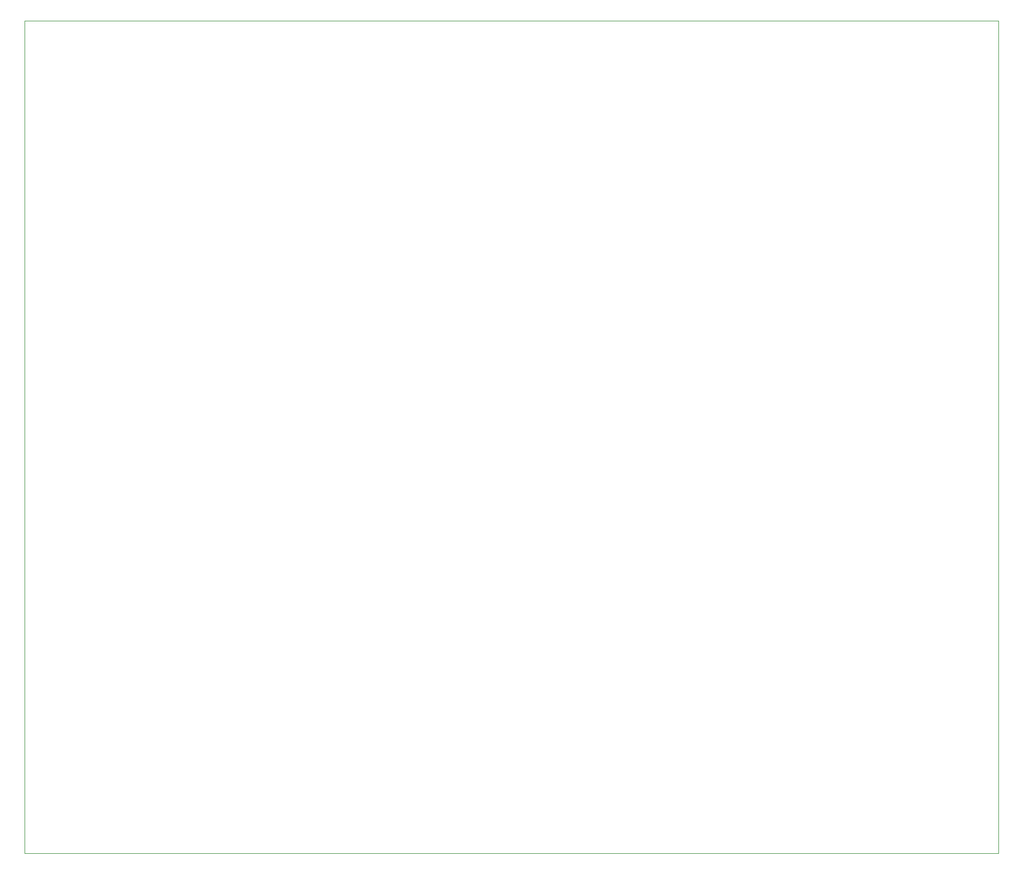
<source format=gbr>
%TF.GenerationSoftware,KiCad,Pcbnew,9.0.0*%
%TF.CreationDate,2025-03-30T15:15:58+05:30*%
%TF.ProjectId,garden management system,67617264-656e-4206-9d61-6e6167656d65,rev?*%
%TF.SameCoordinates,Original*%
%TF.FileFunction,Profile,NP*%
%FSLAX46Y46*%
G04 Gerber Fmt 4.6, Leading zero omitted, Abs format (unit mm)*
G04 Created by KiCad (PCBNEW 9.0.0) date 2025-03-30 15:15:58*
%MOMM*%
%LPD*%
G01*
G04 APERTURE LIST*
%TA.AperFunction,Profile*%
%ADD10C,0.050000*%
%TD*%
G04 APERTURE END LIST*
D10*
X83000000Y-32000000D02*
X234000000Y-32000000D01*
X234000000Y-161000000D01*
X83000000Y-161000000D01*
X83000000Y-32000000D01*
M02*

</source>
